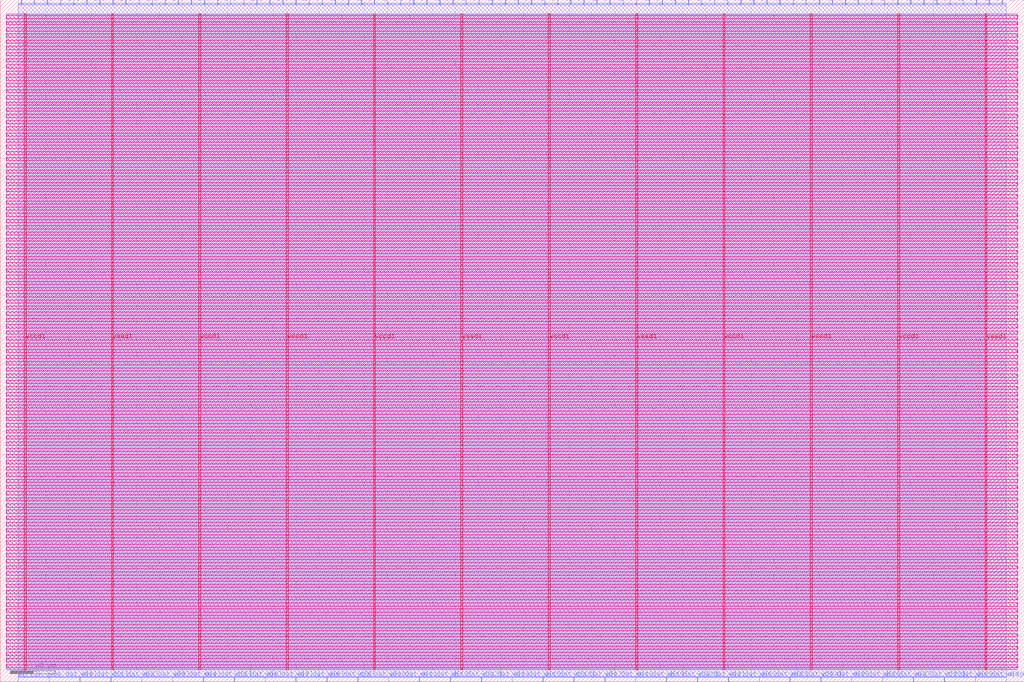
<source format=lef>
VERSION 5.7 ;
  NOWIREEXTENSIONATPIN ON ;
  DIVIDERCHAR "/" ;
  BUSBITCHARS "[]" ;
MACRO simple
  CLASS BLOCK ;
  FOREIGN simple ;
  ORIGIN 0.000 0.000 ;
  SIZE 900.000 BY 600.000 ;
  PIN io_in[0]
    DIRECTION INPUT ;
    USE SIGNAL ;
    PORT
      LAYER met2 ;
        RECT 18.490 596.000 18.770 600.000 ;
    END
  END io_in[0]
  PIN io_in[10]
    DIRECTION INPUT ;
    USE SIGNAL ;
    PORT
      LAYER met2 ;
        RECT 248.490 596.000 248.770 600.000 ;
    END
  END io_in[10]
  PIN io_in[11]
    DIRECTION INPUT ;
    USE SIGNAL ;
    PORT
      LAYER met2 ;
        RECT 271.490 596.000 271.770 600.000 ;
    END
  END io_in[11]
  PIN io_in[12]
    DIRECTION INPUT ;
    USE SIGNAL ;
    PORT
      LAYER met2 ;
        RECT 294.490 596.000 294.770 600.000 ;
    END
  END io_in[12]
  PIN io_in[13]
    DIRECTION INPUT ;
    USE SIGNAL ;
    PORT
      LAYER met2 ;
        RECT 317.490 596.000 317.770 600.000 ;
    END
  END io_in[13]
  PIN io_in[14]
    DIRECTION INPUT ;
    USE SIGNAL ;
    PORT
      LAYER met2 ;
        RECT 340.490 596.000 340.770 600.000 ;
    END
  END io_in[14]
  PIN io_in[15]
    DIRECTION INPUT ;
    USE SIGNAL ;
    PORT
      LAYER met2 ;
        RECT 363.490 596.000 363.770 600.000 ;
    END
  END io_in[15]
  PIN io_in[16]
    DIRECTION INPUT ;
    USE SIGNAL ;
    PORT
      LAYER met2 ;
        RECT 386.490 596.000 386.770 600.000 ;
    END
  END io_in[16]
  PIN io_in[17]
    DIRECTION INPUT ;
    USE SIGNAL ;
    PORT
      LAYER met2 ;
        RECT 409.490 596.000 409.770 600.000 ;
    END
  END io_in[17]
  PIN io_in[18]
    DIRECTION INPUT ;
    USE SIGNAL ;
    PORT
      LAYER met2 ;
        RECT 432.490 596.000 432.770 600.000 ;
    END
  END io_in[18]
  PIN io_in[19]
    DIRECTION INPUT ;
    USE SIGNAL ;
    PORT
      LAYER met2 ;
        RECT 455.490 596.000 455.770 600.000 ;
    END
  END io_in[19]
  PIN io_in[1]
    DIRECTION INPUT ;
    USE SIGNAL ;
    PORT
      LAYER met2 ;
        RECT 41.490 596.000 41.770 600.000 ;
    END
  END io_in[1]
  PIN io_in[20]
    DIRECTION INPUT ;
    USE SIGNAL ;
    PORT
      LAYER met2 ;
        RECT 478.490 596.000 478.770 600.000 ;
    END
  END io_in[20]
  PIN io_in[21]
    DIRECTION INPUT ;
    USE SIGNAL ;
    PORT
      LAYER met2 ;
        RECT 501.490 596.000 501.770 600.000 ;
    END
  END io_in[21]
  PIN io_in[22]
    DIRECTION INPUT ;
    USE SIGNAL ;
    PORT
      LAYER met2 ;
        RECT 524.490 596.000 524.770 600.000 ;
    END
  END io_in[22]
  PIN io_in[23]
    DIRECTION INPUT ;
    USE SIGNAL ;
    PORT
      LAYER met2 ;
        RECT 547.490 596.000 547.770 600.000 ;
    END
  END io_in[23]
  PIN io_in[24]
    DIRECTION INPUT ;
    USE SIGNAL ;
    PORT
      LAYER met2 ;
        RECT 570.490 596.000 570.770 600.000 ;
    END
  END io_in[24]
  PIN io_in[25]
    DIRECTION INPUT ;
    USE SIGNAL ;
    PORT
      LAYER met2 ;
        RECT 593.490 596.000 593.770 600.000 ;
    END
  END io_in[25]
  PIN io_in[26]
    DIRECTION INPUT ;
    USE SIGNAL ;
    PORT
      LAYER met2 ;
        RECT 616.490 596.000 616.770 600.000 ;
    END
  END io_in[26]
  PIN io_in[27]
    DIRECTION INPUT ;
    USE SIGNAL ;
    PORT
      LAYER met2 ;
        RECT 639.490 596.000 639.770 600.000 ;
    END
  END io_in[27]
  PIN io_in[28]
    DIRECTION INPUT ;
    USE SIGNAL ;
    PORT
      LAYER met2 ;
        RECT 662.490 596.000 662.770 600.000 ;
    END
  END io_in[28]
  PIN io_in[29]
    DIRECTION INPUT ;
    USE SIGNAL ;
    PORT
      LAYER met2 ;
        RECT 685.490 596.000 685.770 600.000 ;
    END
  END io_in[29]
  PIN io_in[2]
    DIRECTION INPUT ;
    USE SIGNAL ;
    PORT
      LAYER met2 ;
        RECT 64.490 596.000 64.770 600.000 ;
    END
  END io_in[2]
  PIN io_in[30]
    DIRECTION INPUT ;
    USE SIGNAL ;
    PORT
      LAYER met2 ;
        RECT 708.490 596.000 708.770 600.000 ;
    END
  END io_in[30]
  PIN io_in[31]
    DIRECTION INPUT ;
    USE SIGNAL ;
    PORT
      LAYER met2 ;
        RECT 731.490 596.000 731.770 600.000 ;
    END
  END io_in[31]
  PIN io_in[32]
    DIRECTION INPUT ;
    USE SIGNAL ;
    PORT
      LAYER met2 ;
        RECT 754.490 596.000 754.770 600.000 ;
    END
  END io_in[32]
  PIN io_in[33]
    DIRECTION INPUT ;
    USE SIGNAL ;
    PORT
      LAYER met2 ;
        RECT 777.490 596.000 777.770 600.000 ;
    END
  END io_in[33]
  PIN io_in[34]
    DIRECTION INPUT ;
    USE SIGNAL ;
    PORT
      LAYER met2 ;
        RECT 800.490 596.000 800.770 600.000 ;
    END
  END io_in[34]
  PIN io_in[35]
    DIRECTION INPUT ;
    USE SIGNAL ;
    PORT
      LAYER met2 ;
        RECT 823.490 596.000 823.770 600.000 ;
    END
  END io_in[35]
  PIN io_in[36]
    DIRECTION INPUT ;
    USE SIGNAL ;
    PORT
      LAYER met2 ;
        RECT 846.490 596.000 846.770 600.000 ;
    END
  END io_in[36]
  PIN io_in[37]
    DIRECTION INPUT ;
    USE SIGNAL ;
    PORT
      LAYER met2 ;
        RECT 869.490 596.000 869.770 600.000 ;
    END
  END io_in[37]
  PIN io_in[3]
    DIRECTION INPUT ;
    USE SIGNAL ;
    PORT
      LAYER met2 ;
        RECT 87.490 596.000 87.770 600.000 ;
    END
  END io_in[3]
  PIN io_in[4]
    DIRECTION INPUT ;
    USE SIGNAL ;
    PORT
      LAYER met2 ;
        RECT 110.490 596.000 110.770 600.000 ;
    END
  END io_in[4]
  PIN io_in[5]
    DIRECTION INPUT ;
    USE SIGNAL ;
    PORT
      LAYER met2 ;
        RECT 133.490 596.000 133.770 600.000 ;
    END
  END io_in[5]
  PIN io_in[6]
    DIRECTION INPUT ;
    USE SIGNAL ;
    PORT
      LAYER met2 ;
        RECT 156.490 596.000 156.770 600.000 ;
    END
  END io_in[6]
  PIN io_in[7]
    DIRECTION INPUT ;
    USE SIGNAL ;
    PORT
      LAYER met2 ;
        RECT 179.490 596.000 179.770 600.000 ;
    END
  END io_in[7]
  PIN io_in[8]
    DIRECTION INPUT ;
    USE SIGNAL ;
    PORT
      LAYER met2 ;
        RECT 202.490 596.000 202.770 600.000 ;
    END
  END io_in[8]
  PIN io_in[9]
    DIRECTION INPUT ;
    USE SIGNAL ;
    PORT
      LAYER met2 ;
        RECT 225.490 596.000 225.770 600.000 ;
    END
  END io_in[9]
  PIN io_out[0]
    DIRECTION OUTPUT TRISTATE ;
    USE SIGNAL ;
    PORT
      LAYER met2 ;
        RECT 29.990 596.000 30.270 600.000 ;
    END
  END io_out[0]
  PIN io_out[10]
    DIRECTION OUTPUT TRISTATE ;
    USE SIGNAL ;
    PORT
      LAYER met2 ;
        RECT 259.990 596.000 260.270 600.000 ;
    END
  END io_out[10]
  PIN io_out[11]
    DIRECTION OUTPUT TRISTATE ;
    USE SIGNAL ;
    PORT
      LAYER met2 ;
        RECT 282.990 596.000 283.270 600.000 ;
    END
  END io_out[11]
  PIN io_out[12]
    DIRECTION OUTPUT TRISTATE ;
    USE SIGNAL ;
    PORT
      LAYER met2 ;
        RECT 305.990 596.000 306.270 600.000 ;
    END
  END io_out[12]
  PIN io_out[13]
    DIRECTION OUTPUT TRISTATE ;
    USE SIGNAL ;
    PORT
      LAYER met2 ;
        RECT 328.990 596.000 329.270 600.000 ;
    END
  END io_out[13]
  PIN io_out[14]
    DIRECTION OUTPUT TRISTATE ;
    USE SIGNAL ;
    PORT
      LAYER met2 ;
        RECT 351.990 596.000 352.270 600.000 ;
    END
  END io_out[14]
  PIN io_out[15]
    DIRECTION OUTPUT TRISTATE ;
    USE SIGNAL ;
    PORT
      LAYER met2 ;
        RECT 374.990 596.000 375.270 600.000 ;
    END
  END io_out[15]
  PIN io_out[16]
    DIRECTION OUTPUT TRISTATE ;
    USE SIGNAL ;
    PORT
      LAYER met2 ;
        RECT 397.990 596.000 398.270 600.000 ;
    END
  END io_out[16]
  PIN io_out[17]
    DIRECTION OUTPUT TRISTATE ;
    USE SIGNAL ;
    PORT
      LAYER met2 ;
        RECT 420.990 596.000 421.270 600.000 ;
    END
  END io_out[17]
  PIN io_out[18]
    DIRECTION OUTPUT TRISTATE ;
    USE SIGNAL ;
    PORT
      LAYER met2 ;
        RECT 443.990 596.000 444.270 600.000 ;
    END
  END io_out[18]
  PIN io_out[19]
    DIRECTION OUTPUT TRISTATE ;
    USE SIGNAL ;
    PORT
      LAYER met2 ;
        RECT 466.990 596.000 467.270 600.000 ;
    END
  END io_out[19]
  PIN io_out[1]
    DIRECTION OUTPUT TRISTATE ;
    USE SIGNAL ;
    PORT
      LAYER met2 ;
        RECT 52.990 596.000 53.270 600.000 ;
    END
  END io_out[1]
  PIN io_out[20]
    DIRECTION OUTPUT TRISTATE ;
    USE SIGNAL ;
    PORT
      LAYER met2 ;
        RECT 489.990 596.000 490.270 600.000 ;
    END
  END io_out[20]
  PIN io_out[21]
    DIRECTION OUTPUT TRISTATE ;
    USE SIGNAL ;
    PORT
      LAYER met2 ;
        RECT 512.990 596.000 513.270 600.000 ;
    END
  END io_out[21]
  PIN io_out[22]
    DIRECTION OUTPUT TRISTATE ;
    USE SIGNAL ;
    PORT
      LAYER met2 ;
        RECT 535.990 596.000 536.270 600.000 ;
    END
  END io_out[22]
  PIN io_out[23]
    DIRECTION OUTPUT TRISTATE ;
    USE SIGNAL ;
    PORT
      LAYER met2 ;
        RECT 558.990 596.000 559.270 600.000 ;
    END
  END io_out[23]
  PIN io_out[24]
    DIRECTION OUTPUT TRISTATE ;
    USE SIGNAL ;
    PORT
      LAYER met2 ;
        RECT 581.990 596.000 582.270 600.000 ;
    END
  END io_out[24]
  PIN io_out[25]
    DIRECTION OUTPUT TRISTATE ;
    USE SIGNAL ;
    PORT
      LAYER met2 ;
        RECT 604.990 596.000 605.270 600.000 ;
    END
  END io_out[25]
  PIN io_out[26]
    DIRECTION OUTPUT TRISTATE ;
    USE SIGNAL ;
    PORT
      LAYER met2 ;
        RECT 627.990 596.000 628.270 600.000 ;
    END
  END io_out[26]
  PIN io_out[27]
    DIRECTION OUTPUT TRISTATE ;
    USE SIGNAL ;
    PORT
      LAYER met2 ;
        RECT 650.990 596.000 651.270 600.000 ;
    END
  END io_out[27]
  PIN io_out[28]
    DIRECTION OUTPUT TRISTATE ;
    USE SIGNAL ;
    PORT
      LAYER met2 ;
        RECT 673.990 596.000 674.270 600.000 ;
    END
  END io_out[28]
  PIN io_out[29]
    DIRECTION OUTPUT TRISTATE ;
    USE SIGNAL ;
    PORT
      LAYER met2 ;
        RECT 696.990 596.000 697.270 600.000 ;
    END
  END io_out[29]
  PIN io_out[2]
    DIRECTION OUTPUT TRISTATE ;
    USE SIGNAL ;
    PORT
      LAYER met2 ;
        RECT 75.990 596.000 76.270 600.000 ;
    END
  END io_out[2]
  PIN io_out[30]
    DIRECTION OUTPUT TRISTATE ;
    USE SIGNAL ;
    PORT
      LAYER met2 ;
        RECT 719.990 596.000 720.270 600.000 ;
    END
  END io_out[30]
  PIN io_out[31]
    DIRECTION OUTPUT TRISTATE ;
    USE SIGNAL ;
    PORT
      LAYER met2 ;
        RECT 742.990 596.000 743.270 600.000 ;
    END
  END io_out[31]
  PIN io_out[32]
    DIRECTION OUTPUT TRISTATE ;
    USE SIGNAL ;
    PORT
      LAYER met2 ;
        RECT 765.990 596.000 766.270 600.000 ;
    END
  END io_out[32]
  PIN io_out[33]
    DIRECTION OUTPUT TRISTATE ;
    USE SIGNAL ;
    PORT
      LAYER met2 ;
        RECT 788.990 596.000 789.270 600.000 ;
    END
  END io_out[33]
  PIN io_out[34]
    DIRECTION OUTPUT TRISTATE ;
    USE SIGNAL ;
    PORT
      LAYER met2 ;
        RECT 811.990 596.000 812.270 600.000 ;
    END
  END io_out[34]
  PIN io_out[35]
    DIRECTION OUTPUT TRISTATE ;
    USE SIGNAL ;
    PORT
      LAYER met2 ;
        RECT 834.990 596.000 835.270 600.000 ;
    END
  END io_out[35]
  PIN io_out[36]
    DIRECTION OUTPUT TRISTATE ;
    USE SIGNAL ;
    PORT
      LAYER met2 ;
        RECT 857.990 596.000 858.270 600.000 ;
    END
  END io_out[36]
  PIN io_out[37]
    DIRECTION OUTPUT TRISTATE ;
    USE SIGNAL ;
    PORT
      LAYER met2 ;
        RECT 880.990 596.000 881.270 600.000 ;
    END
  END io_out[37]
  PIN io_out[3]
    DIRECTION OUTPUT TRISTATE ;
    USE SIGNAL ;
    PORT
      LAYER met2 ;
        RECT 98.990 596.000 99.270 600.000 ;
    END
  END io_out[3]
  PIN io_out[4]
    DIRECTION OUTPUT TRISTATE ;
    USE SIGNAL ;
    PORT
      LAYER met2 ;
        RECT 121.990 596.000 122.270 600.000 ;
    END
  END io_out[4]
  PIN io_out[5]
    DIRECTION OUTPUT TRISTATE ;
    USE SIGNAL ;
    PORT
      LAYER met2 ;
        RECT 144.990 596.000 145.270 600.000 ;
    END
  END io_out[5]
  PIN io_out[6]
    DIRECTION OUTPUT TRISTATE ;
    USE SIGNAL ;
    PORT
      LAYER met2 ;
        RECT 167.990 596.000 168.270 600.000 ;
    END
  END io_out[6]
  PIN io_out[7]
    DIRECTION OUTPUT TRISTATE ;
    USE SIGNAL ;
    PORT
      LAYER met2 ;
        RECT 190.990 596.000 191.270 600.000 ;
    END
  END io_out[7]
  PIN io_out[8]
    DIRECTION OUTPUT TRISTATE ;
    USE SIGNAL ;
    PORT
      LAYER met2 ;
        RECT 213.990 596.000 214.270 600.000 ;
    END
  END io_out[8]
  PIN io_out[9]
    DIRECTION OUTPUT TRISTATE ;
    USE SIGNAL ;
    PORT
      LAYER met2 ;
        RECT 236.990 596.000 237.270 600.000 ;
    END
  END io_out[9]
  PIN vccd1
    DIRECTION INOUT ;
    USE POWER ;
    PORT
      LAYER met4 ;
        RECT 21.040 10.640 22.640 587.760 ;
    END
    PORT
      LAYER met4 ;
        RECT 174.640 10.640 176.240 587.760 ;
    END
    PORT
      LAYER met4 ;
        RECT 328.240 10.640 329.840 587.760 ;
    END
    PORT
      LAYER met4 ;
        RECT 481.840 10.640 483.440 587.760 ;
    END
    PORT
      LAYER met4 ;
        RECT 635.440 10.640 637.040 587.760 ;
    END
    PORT
      LAYER met4 ;
        RECT 789.040 10.640 790.640 587.760 ;
    END
  END vccd1
  PIN vssd1
    DIRECTION INOUT ;
    USE GROUND ;
    PORT
      LAYER met4 ;
        RECT 97.840 10.640 99.440 587.760 ;
    END
    PORT
      LAYER met4 ;
        RECT 251.440 10.640 253.040 587.760 ;
    END
    PORT
      LAYER met4 ;
        RECT 405.040 10.640 406.640 587.760 ;
    END
    PORT
      LAYER met4 ;
        RECT 558.640 10.640 560.240 587.760 ;
    END
    PORT
      LAYER met4 ;
        RECT 712.240 10.640 713.840 587.760 ;
    END
    PORT
      LAYER met4 ;
        RECT 865.840 10.640 867.440 587.760 ;
    END
  END vssd1
  PIN wb_clk_i
    DIRECTION INPUT ;
    USE SIGNAL ;
    PORT
      LAYER met2 ;
        RECT 15.730 0.000 16.010 4.000 ;
    END
  END wb_clk_i
  PIN wbs_dat_o[0]
    DIRECTION OUTPUT TRISTATE ;
    USE SIGNAL ;
    PORT
      LAYER met2 ;
        RECT 42.870 0.000 43.150 4.000 ;
    END
  END wbs_dat_o[0]
  PIN wbs_dat_o[10]
    DIRECTION OUTPUT TRISTATE ;
    USE SIGNAL ;
    PORT
      LAYER met2 ;
        RECT 314.270 0.000 314.550 4.000 ;
    END
  END wbs_dat_o[10]
  PIN wbs_dat_o[11]
    DIRECTION OUTPUT TRISTATE ;
    USE SIGNAL ;
    PORT
      LAYER met2 ;
        RECT 341.410 0.000 341.690 4.000 ;
    END
  END wbs_dat_o[11]
  PIN wbs_dat_o[12]
    DIRECTION OUTPUT TRISTATE ;
    USE SIGNAL ;
    PORT
      LAYER met2 ;
        RECT 368.550 0.000 368.830 4.000 ;
    END
  END wbs_dat_o[12]
  PIN wbs_dat_o[13]
    DIRECTION OUTPUT TRISTATE ;
    USE SIGNAL ;
    PORT
      LAYER met2 ;
        RECT 395.690 0.000 395.970 4.000 ;
    END
  END wbs_dat_o[13]
  PIN wbs_dat_o[14]
    DIRECTION OUTPUT TRISTATE ;
    USE SIGNAL ;
    PORT
      LAYER met2 ;
        RECT 422.830 0.000 423.110 4.000 ;
    END
  END wbs_dat_o[14]
  PIN wbs_dat_o[15]
    DIRECTION OUTPUT TRISTATE ;
    USE SIGNAL ;
    PORT
      LAYER met2 ;
        RECT 449.970 0.000 450.250 4.000 ;
    END
  END wbs_dat_o[15]
  PIN wbs_dat_o[16]
    DIRECTION OUTPUT TRISTATE ;
    USE SIGNAL ;
    PORT
      LAYER met2 ;
        RECT 477.110 0.000 477.390 4.000 ;
    END
  END wbs_dat_o[16]
  PIN wbs_dat_o[17]
    DIRECTION OUTPUT TRISTATE ;
    USE SIGNAL ;
    PORT
      LAYER met2 ;
        RECT 504.250 0.000 504.530 4.000 ;
    END
  END wbs_dat_o[17]
  PIN wbs_dat_o[18]
    DIRECTION OUTPUT TRISTATE ;
    USE SIGNAL ;
    PORT
      LAYER met2 ;
        RECT 531.390 0.000 531.670 4.000 ;
    END
  END wbs_dat_o[18]
  PIN wbs_dat_o[19]
    DIRECTION OUTPUT TRISTATE ;
    USE SIGNAL ;
    PORT
      LAYER met2 ;
        RECT 558.530 0.000 558.810 4.000 ;
    END
  END wbs_dat_o[19]
  PIN wbs_dat_o[1]
    DIRECTION OUTPUT TRISTATE ;
    USE SIGNAL ;
    PORT
      LAYER met2 ;
        RECT 70.010 0.000 70.290 4.000 ;
    END
  END wbs_dat_o[1]
  PIN wbs_dat_o[20]
    DIRECTION OUTPUT TRISTATE ;
    USE SIGNAL ;
    PORT
      LAYER met2 ;
        RECT 585.670 0.000 585.950 4.000 ;
    END
  END wbs_dat_o[20]
  PIN wbs_dat_o[21]
    DIRECTION OUTPUT TRISTATE ;
    USE SIGNAL ;
    PORT
      LAYER met2 ;
        RECT 612.810 0.000 613.090 4.000 ;
    END
  END wbs_dat_o[21]
  PIN wbs_dat_o[22]
    DIRECTION OUTPUT TRISTATE ;
    USE SIGNAL ;
    PORT
      LAYER met2 ;
        RECT 639.950 0.000 640.230 4.000 ;
    END
  END wbs_dat_o[22]
  PIN wbs_dat_o[23]
    DIRECTION OUTPUT TRISTATE ;
    USE SIGNAL ;
    PORT
      LAYER met2 ;
        RECT 667.090 0.000 667.370 4.000 ;
    END
  END wbs_dat_o[23]
  PIN wbs_dat_o[24]
    DIRECTION OUTPUT TRISTATE ;
    USE SIGNAL ;
    PORT
      LAYER met2 ;
        RECT 694.230 0.000 694.510 4.000 ;
    END
  END wbs_dat_o[24]
  PIN wbs_dat_o[25]
    DIRECTION OUTPUT TRISTATE ;
    USE SIGNAL ;
    PORT
      LAYER met2 ;
        RECT 721.370 0.000 721.650 4.000 ;
    END
  END wbs_dat_o[25]
  PIN wbs_dat_o[26]
    DIRECTION OUTPUT TRISTATE ;
    USE SIGNAL ;
    PORT
      LAYER met2 ;
        RECT 748.510 0.000 748.790 4.000 ;
    END
  END wbs_dat_o[26]
  PIN wbs_dat_o[27]
    DIRECTION OUTPUT TRISTATE ;
    USE SIGNAL ;
    PORT
      LAYER met2 ;
        RECT 775.650 0.000 775.930 4.000 ;
    END
  END wbs_dat_o[27]
  PIN wbs_dat_o[28]
    DIRECTION OUTPUT TRISTATE ;
    USE SIGNAL ;
    PORT
      LAYER met2 ;
        RECT 802.790 0.000 803.070 4.000 ;
    END
  END wbs_dat_o[28]
  PIN wbs_dat_o[29]
    DIRECTION OUTPUT TRISTATE ;
    USE SIGNAL ;
    PORT
      LAYER met2 ;
        RECT 829.930 0.000 830.210 4.000 ;
    END
  END wbs_dat_o[29]
  PIN wbs_dat_o[2]
    DIRECTION OUTPUT TRISTATE ;
    USE SIGNAL ;
    PORT
      LAYER met2 ;
        RECT 97.150 0.000 97.430 4.000 ;
    END
  END wbs_dat_o[2]
  PIN wbs_dat_o[30]
    DIRECTION OUTPUT TRISTATE ;
    USE SIGNAL ;
    PORT
      LAYER met2 ;
        RECT 857.070 0.000 857.350 4.000 ;
    END
  END wbs_dat_o[30]
  PIN wbs_dat_o[31]
    DIRECTION OUTPUT TRISTATE ;
    USE SIGNAL ;
    PORT
      LAYER met2 ;
        RECT 884.210 0.000 884.490 4.000 ;
    END
  END wbs_dat_o[31]
  PIN wbs_dat_o[3]
    DIRECTION OUTPUT TRISTATE ;
    USE SIGNAL ;
    PORT
      LAYER met2 ;
        RECT 124.290 0.000 124.570 4.000 ;
    END
  END wbs_dat_o[3]
  PIN wbs_dat_o[4]
    DIRECTION OUTPUT TRISTATE ;
    USE SIGNAL ;
    PORT
      LAYER met2 ;
        RECT 151.430 0.000 151.710 4.000 ;
    END
  END wbs_dat_o[4]
  PIN wbs_dat_o[5]
    DIRECTION OUTPUT TRISTATE ;
    USE SIGNAL ;
    PORT
      LAYER met2 ;
        RECT 178.570 0.000 178.850 4.000 ;
    END
  END wbs_dat_o[5]
  PIN wbs_dat_o[6]
    DIRECTION OUTPUT TRISTATE ;
    USE SIGNAL ;
    PORT
      LAYER met2 ;
        RECT 205.710 0.000 205.990 4.000 ;
    END
  END wbs_dat_o[6]
  PIN wbs_dat_o[7]
    DIRECTION OUTPUT TRISTATE ;
    USE SIGNAL ;
    PORT
      LAYER met2 ;
        RECT 232.850 0.000 233.130 4.000 ;
    END
  END wbs_dat_o[7]
  PIN wbs_dat_o[8]
    DIRECTION OUTPUT TRISTATE ;
    USE SIGNAL ;
    PORT
      LAYER met2 ;
        RECT 259.990 0.000 260.270 4.000 ;
    END
  END wbs_dat_o[8]
  PIN wbs_dat_o[9]
    DIRECTION OUTPUT TRISTATE ;
    USE SIGNAL ;
    PORT
      LAYER met2 ;
        RECT 287.130 0.000 287.410 4.000 ;
    END
  END wbs_dat_o[9]
  OBS
      LAYER nwell ;
        RECT 5.330 583.385 894.430 586.215 ;
        RECT 5.330 577.945 894.430 580.775 ;
        RECT 5.330 572.505 894.430 575.335 ;
        RECT 5.330 567.065 894.430 569.895 ;
        RECT 5.330 561.625 894.430 564.455 ;
        RECT 5.330 556.185 894.430 559.015 ;
        RECT 5.330 550.745 894.430 553.575 ;
        RECT 5.330 545.305 894.430 548.135 ;
        RECT 5.330 539.865 894.430 542.695 ;
        RECT 5.330 534.425 894.430 537.255 ;
        RECT 5.330 528.985 894.430 531.815 ;
        RECT 5.330 523.545 894.430 526.375 ;
        RECT 5.330 518.105 894.430 520.935 ;
        RECT 5.330 512.665 894.430 515.495 ;
        RECT 5.330 507.225 894.430 510.055 ;
        RECT 5.330 501.785 894.430 504.615 ;
        RECT 5.330 496.345 894.430 499.175 ;
        RECT 5.330 490.905 894.430 493.735 ;
        RECT 5.330 485.465 894.430 488.295 ;
        RECT 5.330 480.025 894.430 482.855 ;
        RECT 5.330 474.585 894.430 477.415 ;
        RECT 5.330 469.145 894.430 471.975 ;
        RECT 5.330 463.705 894.430 466.535 ;
        RECT 5.330 458.265 894.430 461.095 ;
        RECT 5.330 452.825 894.430 455.655 ;
        RECT 5.330 447.385 894.430 450.215 ;
        RECT 5.330 441.945 894.430 444.775 ;
        RECT 5.330 436.505 894.430 439.335 ;
        RECT 5.330 431.065 894.430 433.895 ;
        RECT 5.330 425.625 894.430 428.455 ;
        RECT 5.330 420.185 894.430 423.015 ;
        RECT 5.330 414.745 894.430 417.575 ;
        RECT 5.330 409.305 894.430 412.135 ;
        RECT 5.330 403.865 894.430 406.695 ;
        RECT 5.330 398.425 894.430 401.255 ;
        RECT 5.330 392.985 894.430 395.815 ;
        RECT 5.330 387.545 894.430 390.375 ;
        RECT 5.330 382.105 894.430 384.935 ;
        RECT 5.330 376.665 894.430 379.495 ;
        RECT 5.330 371.225 894.430 374.055 ;
        RECT 5.330 365.785 894.430 368.615 ;
        RECT 5.330 360.345 894.430 363.175 ;
        RECT 5.330 354.905 894.430 357.735 ;
        RECT 5.330 349.465 894.430 352.295 ;
        RECT 5.330 344.025 894.430 346.855 ;
        RECT 5.330 338.585 894.430 341.415 ;
        RECT 5.330 333.145 894.430 335.975 ;
        RECT 5.330 327.705 894.430 330.535 ;
        RECT 5.330 322.265 894.430 325.095 ;
        RECT 5.330 316.825 894.430 319.655 ;
        RECT 5.330 311.385 894.430 314.215 ;
        RECT 5.330 305.945 894.430 308.775 ;
        RECT 5.330 300.505 894.430 303.335 ;
        RECT 5.330 295.065 894.430 297.895 ;
        RECT 5.330 289.625 894.430 292.455 ;
        RECT 5.330 284.185 894.430 287.015 ;
        RECT 5.330 278.745 894.430 281.575 ;
        RECT 5.330 273.305 894.430 276.135 ;
        RECT 5.330 267.865 894.430 270.695 ;
        RECT 5.330 262.425 894.430 265.255 ;
        RECT 5.330 256.985 894.430 259.815 ;
        RECT 5.330 251.545 894.430 254.375 ;
        RECT 5.330 246.105 894.430 248.935 ;
        RECT 5.330 240.665 894.430 243.495 ;
        RECT 5.330 235.225 894.430 238.055 ;
        RECT 5.330 229.785 894.430 232.615 ;
        RECT 5.330 224.345 894.430 227.175 ;
        RECT 5.330 218.905 894.430 221.735 ;
        RECT 5.330 213.465 894.430 216.295 ;
        RECT 5.330 208.025 894.430 210.855 ;
        RECT 5.330 202.585 894.430 205.415 ;
        RECT 5.330 197.145 894.430 199.975 ;
        RECT 5.330 191.705 894.430 194.535 ;
        RECT 5.330 186.265 894.430 189.095 ;
        RECT 5.330 180.825 894.430 183.655 ;
        RECT 5.330 175.385 894.430 178.215 ;
        RECT 5.330 169.945 894.430 172.775 ;
        RECT 5.330 164.505 894.430 167.335 ;
        RECT 5.330 159.065 894.430 161.895 ;
        RECT 5.330 153.625 894.430 156.455 ;
        RECT 5.330 148.185 894.430 151.015 ;
        RECT 5.330 142.745 894.430 145.575 ;
        RECT 5.330 137.305 894.430 140.135 ;
        RECT 5.330 131.865 894.430 134.695 ;
        RECT 5.330 126.425 894.430 129.255 ;
        RECT 5.330 120.985 894.430 123.815 ;
        RECT 5.330 115.545 894.430 118.375 ;
        RECT 5.330 110.105 894.430 112.935 ;
        RECT 5.330 104.665 894.430 107.495 ;
        RECT 5.330 99.225 894.430 102.055 ;
        RECT 5.330 93.785 894.430 96.615 ;
        RECT 5.330 88.345 894.430 91.175 ;
        RECT 5.330 82.905 894.430 85.735 ;
        RECT 5.330 77.465 894.430 80.295 ;
        RECT 5.330 72.025 894.430 74.855 ;
        RECT 5.330 66.585 894.430 69.415 ;
        RECT 5.330 61.145 894.430 63.975 ;
        RECT 5.330 55.705 894.430 58.535 ;
        RECT 5.330 50.265 894.430 53.095 ;
        RECT 5.330 44.825 894.430 47.655 ;
        RECT 5.330 39.385 894.430 42.215 ;
        RECT 5.330 33.945 894.430 36.775 ;
        RECT 5.330 28.505 894.430 31.335 ;
        RECT 5.330 23.065 894.430 25.895 ;
        RECT 5.330 17.625 894.430 20.455 ;
        RECT 5.330 12.185 894.430 15.015 ;
      LAYER li1 ;
        RECT 5.520 10.795 894.240 587.605 ;
      LAYER met1 ;
        RECT 5.520 10.640 894.240 587.760 ;
      LAYER met2 ;
        RECT 15.740 595.720 18.210 596.770 ;
        RECT 19.050 595.720 29.710 596.770 ;
        RECT 30.550 595.720 41.210 596.770 ;
        RECT 42.050 595.720 52.710 596.770 ;
        RECT 53.550 595.720 64.210 596.770 ;
        RECT 65.050 595.720 75.710 596.770 ;
        RECT 76.550 595.720 87.210 596.770 ;
        RECT 88.050 595.720 98.710 596.770 ;
        RECT 99.550 595.720 110.210 596.770 ;
        RECT 111.050 595.720 121.710 596.770 ;
        RECT 122.550 595.720 133.210 596.770 ;
        RECT 134.050 595.720 144.710 596.770 ;
        RECT 145.550 595.720 156.210 596.770 ;
        RECT 157.050 595.720 167.710 596.770 ;
        RECT 168.550 595.720 179.210 596.770 ;
        RECT 180.050 595.720 190.710 596.770 ;
        RECT 191.550 595.720 202.210 596.770 ;
        RECT 203.050 595.720 213.710 596.770 ;
        RECT 214.550 595.720 225.210 596.770 ;
        RECT 226.050 595.720 236.710 596.770 ;
        RECT 237.550 595.720 248.210 596.770 ;
        RECT 249.050 595.720 259.710 596.770 ;
        RECT 260.550 595.720 271.210 596.770 ;
        RECT 272.050 595.720 282.710 596.770 ;
        RECT 283.550 595.720 294.210 596.770 ;
        RECT 295.050 595.720 305.710 596.770 ;
        RECT 306.550 595.720 317.210 596.770 ;
        RECT 318.050 595.720 328.710 596.770 ;
        RECT 329.550 595.720 340.210 596.770 ;
        RECT 341.050 595.720 351.710 596.770 ;
        RECT 352.550 595.720 363.210 596.770 ;
        RECT 364.050 595.720 374.710 596.770 ;
        RECT 375.550 595.720 386.210 596.770 ;
        RECT 387.050 595.720 397.710 596.770 ;
        RECT 398.550 595.720 409.210 596.770 ;
        RECT 410.050 595.720 420.710 596.770 ;
        RECT 421.550 595.720 432.210 596.770 ;
        RECT 433.050 595.720 443.710 596.770 ;
        RECT 444.550 595.720 455.210 596.770 ;
        RECT 456.050 595.720 466.710 596.770 ;
        RECT 467.550 595.720 478.210 596.770 ;
        RECT 479.050 595.720 489.710 596.770 ;
        RECT 490.550 595.720 501.210 596.770 ;
        RECT 502.050 595.720 512.710 596.770 ;
        RECT 513.550 595.720 524.210 596.770 ;
        RECT 525.050 595.720 535.710 596.770 ;
        RECT 536.550 595.720 547.210 596.770 ;
        RECT 548.050 595.720 558.710 596.770 ;
        RECT 559.550 595.720 570.210 596.770 ;
        RECT 571.050 595.720 581.710 596.770 ;
        RECT 582.550 595.720 593.210 596.770 ;
        RECT 594.050 595.720 604.710 596.770 ;
        RECT 605.550 595.720 616.210 596.770 ;
        RECT 617.050 595.720 627.710 596.770 ;
        RECT 628.550 595.720 639.210 596.770 ;
        RECT 640.050 595.720 650.710 596.770 ;
        RECT 651.550 595.720 662.210 596.770 ;
        RECT 663.050 595.720 673.710 596.770 ;
        RECT 674.550 595.720 685.210 596.770 ;
        RECT 686.050 595.720 696.710 596.770 ;
        RECT 697.550 595.720 708.210 596.770 ;
        RECT 709.050 595.720 719.710 596.770 ;
        RECT 720.550 595.720 731.210 596.770 ;
        RECT 732.050 595.720 742.710 596.770 ;
        RECT 743.550 595.720 754.210 596.770 ;
        RECT 755.050 595.720 765.710 596.770 ;
        RECT 766.550 595.720 777.210 596.770 ;
        RECT 778.050 595.720 788.710 596.770 ;
        RECT 789.550 595.720 800.210 596.770 ;
        RECT 801.050 595.720 811.710 596.770 ;
        RECT 812.550 595.720 823.210 596.770 ;
        RECT 824.050 595.720 834.710 596.770 ;
        RECT 835.550 595.720 846.210 596.770 ;
        RECT 847.050 595.720 857.710 596.770 ;
        RECT 858.550 595.720 869.210 596.770 ;
        RECT 870.050 595.720 880.710 596.770 ;
        RECT 881.550 595.720 884.480 596.770 ;
        RECT 15.740 4.280 884.480 595.720 ;
        RECT 16.290 4.000 42.590 4.280 ;
        RECT 43.430 4.000 69.730 4.280 ;
        RECT 70.570 4.000 96.870 4.280 ;
        RECT 97.710 4.000 124.010 4.280 ;
        RECT 124.850 4.000 151.150 4.280 ;
        RECT 151.990 4.000 178.290 4.280 ;
        RECT 179.130 4.000 205.430 4.280 ;
        RECT 206.270 4.000 232.570 4.280 ;
        RECT 233.410 4.000 259.710 4.280 ;
        RECT 260.550 4.000 286.850 4.280 ;
        RECT 287.690 4.000 313.990 4.280 ;
        RECT 314.830 4.000 341.130 4.280 ;
        RECT 341.970 4.000 368.270 4.280 ;
        RECT 369.110 4.000 395.410 4.280 ;
        RECT 396.250 4.000 422.550 4.280 ;
        RECT 423.390 4.000 449.690 4.280 ;
        RECT 450.530 4.000 476.830 4.280 ;
        RECT 477.670 4.000 503.970 4.280 ;
        RECT 504.810 4.000 531.110 4.280 ;
        RECT 531.950 4.000 558.250 4.280 ;
        RECT 559.090 4.000 585.390 4.280 ;
        RECT 586.230 4.000 612.530 4.280 ;
        RECT 613.370 4.000 639.670 4.280 ;
        RECT 640.510 4.000 666.810 4.280 ;
        RECT 667.650 4.000 693.950 4.280 ;
        RECT 694.790 4.000 721.090 4.280 ;
        RECT 721.930 4.000 748.230 4.280 ;
        RECT 749.070 4.000 775.370 4.280 ;
        RECT 776.210 4.000 802.510 4.280 ;
        RECT 803.350 4.000 829.650 4.280 ;
        RECT 830.490 4.000 856.790 4.280 ;
        RECT 857.630 4.000 883.930 4.280 ;
      LAYER met3 ;
        RECT 21.050 10.715 867.430 587.685 ;
  END
END simple
END LIBRARY


</source>
